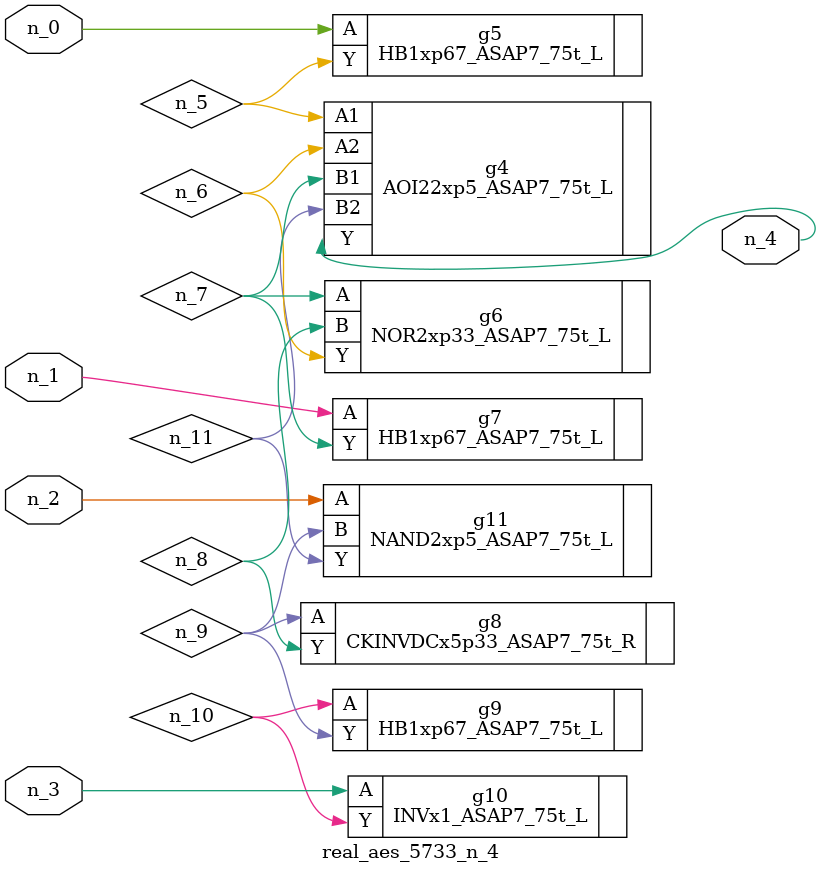
<source format=v>
module real_aes_5733_n_4 (n_0, n_3, n_2, n_1, n_4);
input n_0;
input n_3;
input n_2;
input n_1;
output n_4;
wire n_5;
wire n_7;
wire n_9;
wire n_6;
wire n_8;
wire n_10;
wire n_11;
HB1xp67_ASAP7_75t_L g5 ( .A(n_0), .Y(n_5) );
HB1xp67_ASAP7_75t_L g7 ( .A(n_1), .Y(n_7) );
NAND2xp5_ASAP7_75t_L g11 ( .A(n_2), .B(n_9), .Y(n_11) );
INVx1_ASAP7_75t_L g10 ( .A(n_3), .Y(n_10) );
AOI22xp5_ASAP7_75t_L g4 ( .A1(n_5), .A2(n_6), .B1(n_7), .B2(n_11), .Y(n_4) );
NOR2xp33_ASAP7_75t_L g6 ( .A(n_7), .B(n_8), .Y(n_6) );
CKINVDCx5p33_ASAP7_75t_R g8 ( .A(n_9), .Y(n_8) );
HB1xp67_ASAP7_75t_L g9 ( .A(n_10), .Y(n_9) );
endmodule
</source>
